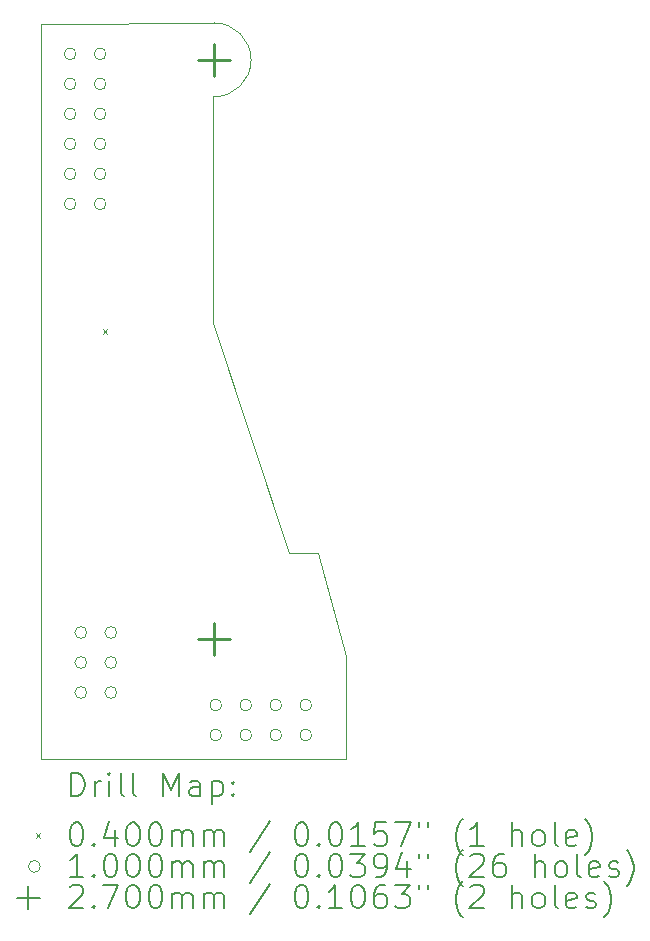
<source format=gbr>
%TF.GenerationSoftware,KiCad,Pcbnew,8.0.6*%
%TF.CreationDate,2025-02-12T13:49:40-05:00*%
%TF.ProjectId,PwrBypass,50777242-7970-4617-9373-2e6b69636164,rev?*%
%TF.SameCoordinates,Original*%
%TF.FileFunction,Drillmap*%
%TF.FilePolarity,Positive*%
%FSLAX45Y45*%
G04 Gerber Fmt 4.5, Leading zero omitted, Abs format (unit mm)*
G04 Created by KiCad (PCBNEW 8.0.6) date 2025-02-12 13:49:40*
%MOMM*%
%LPD*%
G01*
G04 APERTURE LIST*
%ADD10C,0.100000*%
%ADD11C,0.200000*%
%ADD12C,0.270000*%
G04 APERTURE END LIST*
D10*
X11617441Y-4659919D02*
X11617500Y-6572500D01*
X11625000Y-4034990D02*
G75*
G02*
X11937500Y-4350000I0J-312510D01*
G01*
X12255000Y-8522500D02*
X12500000Y-8522500D01*
X10160000Y-10267500D02*
X10157500Y-4040000D01*
X10157500Y-4040000D02*
X11625000Y-4034990D01*
X12743750Y-9395000D02*
X12742500Y-10267500D01*
X11617500Y-6572500D02*
X12255000Y-8522500D01*
X12500000Y-8522500D02*
X12743750Y-9395000D01*
X11937500Y-4350000D02*
G75*
G02*
X11617441Y-4659919I-312500J2500D01*
G01*
X12742500Y-10267500D02*
X10160000Y-10267500D01*
D11*
D10*
X10680000Y-6630000D02*
X10720000Y-6670000D01*
X10720000Y-6630000D02*
X10680000Y-6670000D01*
X10455000Y-4297500D02*
G75*
G02*
X10355000Y-4297500I-50000J0D01*
G01*
X10355000Y-4297500D02*
G75*
G02*
X10455000Y-4297500I50000J0D01*
G01*
X10455000Y-4551500D02*
G75*
G02*
X10355000Y-4551500I-50000J0D01*
G01*
X10355000Y-4551500D02*
G75*
G02*
X10455000Y-4551500I50000J0D01*
G01*
X10455000Y-4805500D02*
G75*
G02*
X10355000Y-4805500I-50000J0D01*
G01*
X10355000Y-4805500D02*
G75*
G02*
X10455000Y-4805500I50000J0D01*
G01*
X10455000Y-5059500D02*
G75*
G02*
X10355000Y-5059500I-50000J0D01*
G01*
X10355000Y-5059500D02*
G75*
G02*
X10455000Y-5059500I50000J0D01*
G01*
X10455000Y-5313500D02*
G75*
G02*
X10355000Y-5313500I-50000J0D01*
G01*
X10355000Y-5313500D02*
G75*
G02*
X10455000Y-5313500I50000J0D01*
G01*
X10455000Y-5567500D02*
G75*
G02*
X10355000Y-5567500I-50000J0D01*
G01*
X10355000Y-5567500D02*
G75*
G02*
X10455000Y-5567500I50000J0D01*
G01*
X10546000Y-9196000D02*
G75*
G02*
X10446000Y-9196000I-50000J0D01*
G01*
X10446000Y-9196000D02*
G75*
G02*
X10546000Y-9196000I50000J0D01*
G01*
X10546000Y-9450000D02*
G75*
G02*
X10446000Y-9450000I-50000J0D01*
G01*
X10446000Y-9450000D02*
G75*
G02*
X10546000Y-9450000I50000J0D01*
G01*
X10546000Y-9704000D02*
G75*
G02*
X10446000Y-9704000I-50000J0D01*
G01*
X10446000Y-9704000D02*
G75*
G02*
X10546000Y-9704000I50000J0D01*
G01*
X10709000Y-4297500D02*
G75*
G02*
X10609000Y-4297500I-50000J0D01*
G01*
X10609000Y-4297500D02*
G75*
G02*
X10709000Y-4297500I50000J0D01*
G01*
X10709000Y-4551500D02*
G75*
G02*
X10609000Y-4551500I-50000J0D01*
G01*
X10609000Y-4551500D02*
G75*
G02*
X10709000Y-4551500I50000J0D01*
G01*
X10709000Y-4805500D02*
G75*
G02*
X10609000Y-4805500I-50000J0D01*
G01*
X10609000Y-4805500D02*
G75*
G02*
X10709000Y-4805500I50000J0D01*
G01*
X10709000Y-5059500D02*
G75*
G02*
X10609000Y-5059500I-50000J0D01*
G01*
X10609000Y-5059500D02*
G75*
G02*
X10709000Y-5059500I50000J0D01*
G01*
X10709000Y-5313500D02*
G75*
G02*
X10609000Y-5313500I-50000J0D01*
G01*
X10609000Y-5313500D02*
G75*
G02*
X10709000Y-5313500I50000J0D01*
G01*
X10709000Y-5567500D02*
G75*
G02*
X10609000Y-5567500I-50000J0D01*
G01*
X10609000Y-5567500D02*
G75*
G02*
X10709000Y-5567500I50000J0D01*
G01*
X10800000Y-9196000D02*
G75*
G02*
X10700000Y-9196000I-50000J0D01*
G01*
X10700000Y-9196000D02*
G75*
G02*
X10800000Y-9196000I50000J0D01*
G01*
X10800000Y-9450000D02*
G75*
G02*
X10700000Y-9450000I-50000J0D01*
G01*
X10700000Y-9450000D02*
G75*
G02*
X10800000Y-9450000I50000J0D01*
G01*
X10800000Y-9704000D02*
G75*
G02*
X10700000Y-9704000I-50000J0D01*
G01*
X10700000Y-9704000D02*
G75*
G02*
X10800000Y-9704000I50000J0D01*
G01*
X11688000Y-9810000D02*
G75*
G02*
X11588000Y-9810000I-50000J0D01*
G01*
X11588000Y-9810000D02*
G75*
G02*
X11688000Y-9810000I50000J0D01*
G01*
X11688000Y-10064000D02*
G75*
G02*
X11588000Y-10064000I-50000J0D01*
G01*
X11588000Y-10064000D02*
G75*
G02*
X11688000Y-10064000I50000J0D01*
G01*
X11942000Y-9810000D02*
G75*
G02*
X11842000Y-9810000I-50000J0D01*
G01*
X11842000Y-9810000D02*
G75*
G02*
X11942000Y-9810000I50000J0D01*
G01*
X11942000Y-10064000D02*
G75*
G02*
X11842000Y-10064000I-50000J0D01*
G01*
X11842000Y-10064000D02*
G75*
G02*
X11942000Y-10064000I50000J0D01*
G01*
X12196000Y-9810000D02*
G75*
G02*
X12096000Y-9810000I-50000J0D01*
G01*
X12096000Y-9810000D02*
G75*
G02*
X12196000Y-9810000I50000J0D01*
G01*
X12196000Y-10064000D02*
G75*
G02*
X12096000Y-10064000I-50000J0D01*
G01*
X12096000Y-10064000D02*
G75*
G02*
X12196000Y-10064000I50000J0D01*
G01*
X12450000Y-9810000D02*
G75*
G02*
X12350000Y-9810000I-50000J0D01*
G01*
X12350000Y-9810000D02*
G75*
G02*
X12450000Y-9810000I50000J0D01*
G01*
X12450000Y-10064000D02*
G75*
G02*
X12350000Y-10064000I-50000J0D01*
G01*
X12350000Y-10064000D02*
G75*
G02*
X12450000Y-10064000I50000J0D01*
G01*
D12*
X11620000Y-4213000D02*
X11620000Y-4483000D01*
X11485000Y-4348000D02*
X11755000Y-4348000D01*
X11620000Y-9113000D02*
X11620000Y-9383000D01*
X11485000Y-9248000D02*
X11755000Y-9248000D01*
D11*
X10413277Y-10583984D02*
X10413277Y-10383984D01*
X10413277Y-10383984D02*
X10460896Y-10383984D01*
X10460896Y-10383984D02*
X10489467Y-10393508D01*
X10489467Y-10393508D02*
X10508515Y-10412555D01*
X10508515Y-10412555D02*
X10518039Y-10431603D01*
X10518039Y-10431603D02*
X10527563Y-10469698D01*
X10527563Y-10469698D02*
X10527563Y-10498270D01*
X10527563Y-10498270D02*
X10518039Y-10536365D01*
X10518039Y-10536365D02*
X10508515Y-10555412D01*
X10508515Y-10555412D02*
X10489467Y-10574460D01*
X10489467Y-10574460D02*
X10460896Y-10583984D01*
X10460896Y-10583984D02*
X10413277Y-10583984D01*
X10613277Y-10583984D02*
X10613277Y-10450650D01*
X10613277Y-10488746D02*
X10622801Y-10469698D01*
X10622801Y-10469698D02*
X10632324Y-10460174D01*
X10632324Y-10460174D02*
X10651372Y-10450650D01*
X10651372Y-10450650D02*
X10670420Y-10450650D01*
X10737086Y-10583984D02*
X10737086Y-10450650D01*
X10737086Y-10383984D02*
X10727563Y-10393508D01*
X10727563Y-10393508D02*
X10737086Y-10403031D01*
X10737086Y-10403031D02*
X10746610Y-10393508D01*
X10746610Y-10393508D02*
X10737086Y-10383984D01*
X10737086Y-10383984D02*
X10737086Y-10403031D01*
X10860896Y-10583984D02*
X10841848Y-10574460D01*
X10841848Y-10574460D02*
X10832324Y-10555412D01*
X10832324Y-10555412D02*
X10832324Y-10383984D01*
X10965658Y-10583984D02*
X10946610Y-10574460D01*
X10946610Y-10574460D02*
X10937086Y-10555412D01*
X10937086Y-10555412D02*
X10937086Y-10383984D01*
X11194229Y-10583984D02*
X11194229Y-10383984D01*
X11194229Y-10383984D02*
X11260896Y-10526841D01*
X11260896Y-10526841D02*
X11327562Y-10383984D01*
X11327562Y-10383984D02*
X11327562Y-10583984D01*
X11508515Y-10583984D02*
X11508515Y-10479222D01*
X11508515Y-10479222D02*
X11498991Y-10460174D01*
X11498991Y-10460174D02*
X11479943Y-10450650D01*
X11479943Y-10450650D02*
X11441848Y-10450650D01*
X11441848Y-10450650D02*
X11422801Y-10460174D01*
X11508515Y-10574460D02*
X11489467Y-10583984D01*
X11489467Y-10583984D02*
X11441848Y-10583984D01*
X11441848Y-10583984D02*
X11422801Y-10574460D01*
X11422801Y-10574460D02*
X11413277Y-10555412D01*
X11413277Y-10555412D02*
X11413277Y-10536365D01*
X11413277Y-10536365D02*
X11422801Y-10517317D01*
X11422801Y-10517317D02*
X11441848Y-10507793D01*
X11441848Y-10507793D02*
X11489467Y-10507793D01*
X11489467Y-10507793D02*
X11508515Y-10498270D01*
X11603753Y-10450650D02*
X11603753Y-10650650D01*
X11603753Y-10460174D02*
X11622801Y-10450650D01*
X11622801Y-10450650D02*
X11660896Y-10450650D01*
X11660896Y-10450650D02*
X11679943Y-10460174D01*
X11679943Y-10460174D02*
X11689467Y-10469698D01*
X11689467Y-10469698D02*
X11698991Y-10488746D01*
X11698991Y-10488746D02*
X11698991Y-10545889D01*
X11698991Y-10545889D02*
X11689467Y-10564936D01*
X11689467Y-10564936D02*
X11679943Y-10574460D01*
X11679943Y-10574460D02*
X11660896Y-10583984D01*
X11660896Y-10583984D02*
X11622801Y-10583984D01*
X11622801Y-10583984D02*
X11603753Y-10574460D01*
X11784705Y-10564936D02*
X11794229Y-10574460D01*
X11794229Y-10574460D02*
X11784705Y-10583984D01*
X11784705Y-10583984D02*
X11775182Y-10574460D01*
X11775182Y-10574460D02*
X11784705Y-10564936D01*
X11784705Y-10564936D02*
X11784705Y-10583984D01*
X11784705Y-10460174D02*
X11794229Y-10469698D01*
X11794229Y-10469698D02*
X11784705Y-10479222D01*
X11784705Y-10479222D02*
X11775182Y-10469698D01*
X11775182Y-10469698D02*
X11784705Y-10460174D01*
X11784705Y-10460174D02*
X11784705Y-10479222D01*
D10*
X10112500Y-10892500D02*
X10152500Y-10932500D01*
X10152500Y-10892500D02*
X10112500Y-10932500D01*
D11*
X10451372Y-10803984D02*
X10470420Y-10803984D01*
X10470420Y-10803984D02*
X10489467Y-10813508D01*
X10489467Y-10813508D02*
X10498991Y-10823031D01*
X10498991Y-10823031D02*
X10508515Y-10842079D01*
X10508515Y-10842079D02*
X10518039Y-10880174D01*
X10518039Y-10880174D02*
X10518039Y-10927793D01*
X10518039Y-10927793D02*
X10508515Y-10965889D01*
X10508515Y-10965889D02*
X10498991Y-10984936D01*
X10498991Y-10984936D02*
X10489467Y-10994460D01*
X10489467Y-10994460D02*
X10470420Y-11003984D01*
X10470420Y-11003984D02*
X10451372Y-11003984D01*
X10451372Y-11003984D02*
X10432324Y-10994460D01*
X10432324Y-10994460D02*
X10422801Y-10984936D01*
X10422801Y-10984936D02*
X10413277Y-10965889D01*
X10413277Y-10965889D02*
X10403753Y-10927793D01*
X10403753Y-10927793D02*
X10403753Y-10880174D01*
X10403753Y-10880174D02*
X10413277Y-10842079D01*
X10413277Y-10842079D02*
X10422801Y-10823031D01*
X10422801Y-10823031D02*
X10432324Y-10813508D01*
X10432324Y-10813508D02*
X10451372Y-10803984D01*
X10603753Y-10984936D02*
X10613277Y-10994460D01*
X10613277Y-10994460D02*
X10603753Y-11003984D01*
X10603753Y-11003984D02*
X10594229Y-10994460D01*
X10594229Y-10994460D02*
X10603753Y-10984936D01*
X10603753Y-10984936D02*
X10603753Y-11003984D01*
X10784705Y-10870650D02*
X10784705Y-11003984D01*
X10737086Y-10794460D02*
X10689467Y-10937317D01*
X10689467Y-10937317D02*
X10813277Y-10937317D01*
X10927563Y-10803984D02*
X10946610Y-10803984D01*
X10946610Y-10803984D02*
X10965658Y-10813508D01*
X10965658Y-10813508D02*
X10975182Y-10823031D01*
X10975182Y-10823031D02*
X10984705Y-10842079D01*
X10984705Y-10842079D02*
X10994229Y-10880174D01*
X10994229Y-10880174D02*
X10994229Y-10927793D01*
X10994229Y-10927793D02*
X10984705Y-10965889D01*
X10984705Y-10965889D02*
X10975182Y-10984936D01*
X10975182Y-10984936D02*
X10965658Y-10994460D01*
X10965658Y-10994460D02*
X10946610Y-11003984D01*
X10946610Y-11003984D02*
X10927563Y-11003984D01*
X10927563Y-11003984D02*
X10908515Y-10994460D01*
X10908515Y-10994460D02*
X10898991Y-10984936D01*
X10898991Y-10984936D02*
X10889467Y-10965889D01*
X10889467Y-10965889D02*
X10879944Y-10927793D01*
X10879944Y-10927793D02*
X10879944Y-10880174D01*
X10879944Y-10880174D02*
X10889467Y-10842079D01*
X10889467Y-10842079D02*
X10898991Y-10823031D01*
X10898991Y-10823031D02*
X10908515Y-10813508D01*
X10908515Y-10813508D02*
X10927563Y-10803984D01*
X11118039Y-10803984D02*
X11137086Y-10803984D01*
X11137086Y-10803984D02*
X11156134Y-10813508D01*
X11156134Y-10813508D02*
X11165658Y-10823031D01*
X11165658Y-10823031D02*
X11175182Y-10842079D01*
X11175182Y-10842079D02*
X11184705Y-10880174D01*
X11184705Y-10880174D02*
X11184705Y-10927793D01*
X11184705Y-10927793D02*
X11175182Y-10965889D01*
X11175182Y-10965889D02*
X11165658Y-10984936D01*
X11165658Y-10984936D02*
X11156134Y-10994460D01*
X11156134Y-10994460D02*
X11137086Y-11003984D01*
X11137086Y-11003984D02*
X11118039Y-11003984D01*
X11118039Y-11003984D02*
X11098991Y-10994460D01*
X11098991Y-10994460D02*
X11089467Y-10984936D01*
X11089467Y-10984936D02*
X11079944Y-10965889D01*
X11079944Y-10965889D02*
X11070420Y-10927793D01*
X11070420Y-10927793D02*
X11070420Y-10880174D01*
X11070420Y-10880174D02*
X11079944Y-10842079D01*
X11079944Y-10842079D02*
X11089467Y-10823031D01*
X11089467Y-10823031D02*
X11098991Y-10813508D01*
X11098991Y-10813508D02*
X11118039Y-10803984D01*
X11270420Y-11003984D02*
X11270420Y-10870650D01*
X11270420Y-10889698D02*
X11279943Y-10880174D01*
X11279943Y-10880174D02*
X11298991Y-10870650D01*
X11298991Y-10870650D02*
X11327563Y-10870650D01*
X11327563Y-10870650D02*
X11346610Y-10880174D01*
X11346610Y-10880174D02*
X11356134Y-10899222D01*
X11356134Y-10899222D02*
X11356134Y-11003984D01*
X11356134Y-10899222D02*
X11365658Y-10880174D01*
X11365658Y-10880174D02*
X11384705Y-10870650D01*
X11384705Y-10870650D02*
X11413277Y-10870650D01*
X11413277Y-10870650D02*
X11432324Y-10880174D01*
X11432324Y-10880174D02*
X11441848Y-10899222D01*
X11441848Y-10899222D02*
X11441848Y-11003984D01*
X11537086Y-11003984D02*
X11537086Y-10870650D01*
X11537086Y-10889698D02*
X11546610Y-10880174D01*
X11546610Y-10880174D02*
X11565658Y-10870650D01*
X11565658Y-10870650D02*
X11594229Y-10870650D01*
X11594229Y-10870650D02*
X11613277Y-10880174D01*
X11613277Y-10880174D02*
X11622801Y-10899222D01*
X11622801Y-10899222D02*
X11622801Y-11003984D01*
X11622801Y-10899222D02*
X11632324Y-10880174D01*
X11632324Y-10880174D02*
X11651372Y-10870650D01*
X11651372Y-10870650D02*
X11679943Y-10870650D01*
X11679943Y-10870650D02*
X11698991Y-10880174D01*
X11698991Y-10880174D02*
X11708515Y-10899222D01*
X11708515Y-10899222D02*
X11708515Y-11003984D01*
X12098991Y-10794460D02*
X11927563Y-11051603D01*
X12356134Y-10803984D02*
X12375182Y-10803984D01*
X12375182Y-10803984D02*
X12394229Y-10813508D01*
X12394229Y-10813508D02*
X12403753Y-10823031D01*
X12403753Y-10823031D02*
X12413277Y-10842079D01*
X12413277Y-10842079D02*
X12422801Y-10880174D01*
X12422801Y-10880174D02*
X12422801Y-10927793D01*
X12422801Y-10927793D02*
X12413277Y-10965889D01*
X12413277Y-10965889D02*
X12403753Y-10984936D01*
X12403753Y-10984936D02*
X12394229Y-10994460D01*
X12394229Y-10994460D02*
X12375182Y-11003984D01*
X12375182Y-11003984D02*
X12356134Y-11003984D01*
X12356134Y-11003984D02*
X12337086Y-10994460D01*
X12337086Y-10994460D02*
X12327563Y-10984936D01*
X12327563Y-10984936D02*
X12318039Y-10965889D01*
X12318039Y-10965889D02*
X12308515Y-10927793D01*
X12308515Y-10927793D02*
X12308515Y-10880174D01*
X12308515Y-10880174D02*
X12318039Y-10842079D01*
X12318039Y-10842079D02*
X12327563Y-10823031D01*
X12327563Y-10823031D02*
X12337086Y-10813508D01*
X12337086Y-10813508D02*
X12356134Y-10803984D01*
X12508515Y-10984936D02*
X12518039Y-10994460D01*
X12518039Y-10994460D02*
X12508515Y-11003984D01*
X12508515Y-11003984D02*
X12498991Y-10994460D01*
X12498991Y-10994460D02*
X12508515Y-10984936D01*
X12508515Y-10984936D02*
X12508515Y-11003984D01*
X12641848Y-10803984D02*
X12660896Y-10803984D01*
X12660896Y-10803984D02*
X12679944Y-10813508D01*
X12679944Y-10813508D02*
X12689467Y-10823031D01*
X12689467Y-10823031D02*
X12698991Y-10842079D01*
X12698991Y-10842079D02*
X12708515Y-10880174D01*
X12708515Y-10880174D02*
X12708515Y-10927793D01*
X12708515Y-10927793D02*
X12698991Y-10965889D01*
X12698991Y-10965889D02*
X12689467Y-10984936D01*
X12689467Y-10984936D02*
X12679944Y-10994460D01*
X12679944Y-10994460D02*
X12660896Y-11003984D01*
X12660896Y-11003984D02*
X12641848Y-11003984D01*
X12641848Y-11003984D02*
X12622801Y-10994460D01*
X12622801Y-10994460D02*
X12613277Y-10984936D01*
X12613277Y-10984936D02*
X12603753Y-10965889D01*
X12603753Y-10965889D02*
X12594229Y-10927793D01*
X12594229Y-10927793D02*
X12594229Y-10880174D01*
X12594229Y-10880174D02*
X12603753Y-10842079D01*
X12603753Y-10842079D02*
X12613277Y-10823031D01*
X12613277Y-10823031D02*
X12622801Y-10813508D01*
X12622801Y-10813508D02*
X12641848Y-10803984D01*
X12898991Y-11003984D02*
X12784706Y-11003984D01*
X12841848Y-11003984D02*
X12841848Y-10803984D01*
X12841848Y-10803984D02*
X12822801Y-10832555D01*
X12822801Y-10832555D02*
X12803753Y-10851603D01*
X12803753Y-10851603D02*
X12784706Y-10861127D01*
X13079944Y-10803984D02*
X12984706Y-10803984D01*
X12984706Y-10803984D02*
X12975182Y-10899222D01*
X12975182Y-10899222D02*
X12984706Y-10889698D01*
X12984706Y-10889698D02*
X13003753Y-10880174D01*
X13003753Y-10880174D02*
X13051372Y-10880174D01*
X13051372Y-10880174D02*
X13070420Y-10889698D01*
X13070420Y-10889698D02*
X13079944Y-10899222D01*
X13079944Y-10899222D02*
X13089467Y-10918270D01*
X13089467Y-10918270D02*
X13089467Y-10965889D01*
X13089467Y-10965889D02*
X13079944Y-10984936D01*
X13079944Y-10984936D02*
X13070420Y-10994460D01*
X13070420Y-10994460D02*
X13051372Y-11003984D01*
X13051372Y-11003984D02*
X13003753Y-11003984D01*
X13003753Y-11003984D02*
X12984706Y-10994460D01*
X12984706Y-10994460D02*
X12975182Y-10984936D01*
X13156134Y-10803984D02*
X13289467Y-10803984D01*
X13289467Y-10803984D02*
X13203753Y-11003984D01*
X13356134Y-10803984D02*
X13356134Y-10842079D01*
X13432325Y-10803984D02*
X13432325Y-10842079D01*
X13727563Y-11080174D02*
X13718039Y-11070650D01*
X13718039Y-11070650D02*
X13698991Y-11042079D01*
X13698991Y-11042079D02*
X13689468Y-11023031D01*
X13689468Y-11023031D02*
X13679944Y-10994460D01*
X13679944Y-10994460D02*
X13670420Y-10946841D01*
X13670420Y-10946841D02*
X13670420Y-10908746D01*
X13670420Y-10908746D02*
X13679944Y-10861127D01*
X13679944Y-10861127D02*
X13689468Y-10832555D01*
X13689468Y-10832555D02*
X13698991Y-10813508D01*
X13698991Y-10813508D02*
X13718039Y-10784936D01*
X13718039Y-10784936D02*
X13727563Y-10775412D01*
X13908515Y-11003984D02*
X13794229Y-11003984D01*
X13851372Y-11003984D02*
X13851372Y-10803984D01*
X13851372Y-10803984D02*
X13832325Y-10832555D01*
X13832325Y-10832555D02*
X13813277Y-10851603D01*
X13813277Y-10851603D02*
X13794229Y-10861127D01*
X14146610Y-11003984D02*
X14146610Y-10803984D01*
X14232325Y-11003984D02*
X14232325Y-10899222D01*
X14232325Y-10899222D02*
X14222801Y-10880174D01*
X14222801Y-10880174D02*
X14203753Y-10870650D01*
X14203753Y-10870650D02*
X14175182Y-10870650D01*
X14175182Y-10870650D02*
X14156134Y-10880174D01*
X14156134Y-10880174D02*
X14146610Y-10889698D01*
X14356134Y-11003984D02*
X14337087Y-10994460D01*
X14337087Y-10994460D02*
X14327563Y-10984936D01*
X14327563Y-10984936D02*
X14318039Y-10965889D01*
X14318039Y-10965889D02*
X14318039Y-10908746D01*
X14318039Y-10908746D02*
X14327563Y-10889698D01*
X14327563Y-10889698D02*
X14337087Y-10880174D01*
X14337087Y-10880174D02*
X14356134Y-10870650D01*
X14356134Y-10870650D02*
X14384706Y-10870650D01*
X14384706Y-10870650D02*
X14403753Y-10880174D01*
X14403753Y-10880174D02*
X14413277Y-10889698D01*
X14413277Y-10889698D02*
X14422801Y-10908746D01*
X14422801Y-10908746D02*
X14422801Y-10965889D01*
X14422801Y-10965889D02*
X14413277Y-10984936D01*
X14413277Y-10984936D02*
X14403753Y-10994460D01*
X14403753Y-10994460D02*
X14384706Y-11003984D01*
X14384706Y-11003984D02*
X14356134Y-11003984D01*
X14537087Y-11003984D02*
X14518039Y-10994460D01*
X14518039Y-10994460D02*
X14508515Y-10975412D01*
X14508515Y-10975412D02*
X14508515Y-10803984D01*
X14689468Y-10994460D02*
X14670420Y-11003984D01*
X14670420Y-11003984D02*
X14632325Y-11003984D01*
X14632325Y-11003984D02*
X14613277Y-10994460D01*
X14613277Y-10994460D02*
X14603753Y-10975412D01*
X14603753Y-10975412D02*
X14603753Y-10899222D01*
X14603753Y-10899222D02*
X14613277Y-10880174D01*
X14613277Y-10880174D02*
X14632325Y-10870650D01*
X14632325Y-10870650D02*
X14670420Y-10870650D01*
X14670420Y-10870650D02*
X14689468Y-10880174D01*
X14689468Y-10880174D02*
X14698991Y-10899222D01*
X14698991Y-10899222D02*
X14698991Y-10918270D01*
X14698991Y-10918270D02*
X14603753Y-10937317D01*
X14765658Y-11080174D02*
X14775182Y-11070650D01*
X14775182Y-11070650D02*
X14794230Y-11042079D01*
X14794230Y-11042079D02*
X14803753Y-11023031D01*
X14803753Y-11023031D02*
X14813277Y-10994460D01*
X14813277Y-10994460D02*
X14822801Y-10946841D01*
X14822801Y-10946841D02*
X14822801Y-10908746D01*
X14822801Y-10908746D02*
X14813277Y-10861127D01*
X14813277Y-10861127D02*
X14803753Y-10832555D01*
X14803753Y-10832555D02*
X14794230Y-10813508D01*
X14794230Y-10813508D02*
X14775182Y-10784936D01*
X14775182Y-10784936D02*
X14765658Y-10775412D01*
D10*
X10152500Y-11176500D02*
G75*
G02*
X10052500Y-11176500I-50000J0D01*
G01*
X10052500Y-11176500D02*
G75*
G02*
X10152500Y-11176500I50000J0D01*
G01*
D11*
X10518039Y-11267984D02*
X10403753Y-11267984D01*
X10460896Y-11267984D02*
X10460896Y-11067984D01*
X10460896Y-11067984D02*
X10441848Y-11096555D01*
X10441848Y-11096555D02*
X10422801Y-11115603D01*
X10422801Y-11115603D02*
X10403753Y-11125127D01*
X10603753Y-11248936D02*
X10613277Y-11258460D01*
X10613277Y-11258460D02*
X10603753Y-11267984D01*
X10603753Y-11267984D02*
X10594229Y-11258460D01*
X10594229Y-11258460D02*
X10603753Y-11248936D01*
X10603753Y-11248936D02*
X10603753Y-11267984D01*
X10737086Y-11067984D02*
X10756134Y-11067984D01*
X10756134Y-11067984D02*
X10775182Y-11077508D01*
X10775182Y-11077508D02*
X10784705Y-11087031D01*
X10784705Y-11087031D02*
X10794229Y-11106079D01*
X10794229Y-11106079D02*
X10803753Y-11144174D01*
X10803753Y-11144174D02*
X10803753Y-11191793D01*
X10803753Y-11191793D02*
X10794229Y-11229888D01*
X10794229Y-11229888D02*
X10784705Y-11248936D01*
X10784705Y-11248936D02*
X10775182Y-11258460D01*
X10775182Y-11258460D02*
X10756134Y-11267984D01*
X10756134Y-11267984D02*
X10737086Y-11267984D01*
X10737086Y-11267984D02*
X10718039Y-11258460D01*
X10718039Y-11258460D02*
X10708515Y-11248936D01*
X10708515Y-11248936D02*
X10698991Y-11229888D01*
X10698991Y-11229888D02*
X10689467Y-11191793D01*
X10689467Y-11191793D02*
X10689467Y-11144174D01*
X10689467Y-11144174D02*
X10698991Y-11106079D01*
X10698991Y-11106079D02*
X10708515Y-11087031D01*
X10708515Y-11087031D02*
X10718039Y-11077508D01*
X10718039Y-11077508D02*
X10737086Y-11067984D01*
X10927563Y-11067984D02*
X10946610Y-11067984D01*
X10946610Y-11067984D02*
X10965658Y-11077508D01*
X10965658Y-11077508D02*
X10975182Y-11087031D01*
X10975182Y-11087031D02*
X10984705Y-11106079D01*
X10984705Y-11106079D02*
X10994229Y-11144174D01*
X10994229Y-11144174D02*
X10994229Y-11191793D01*
X10994229Y-11191793D02*
X10984705Y-11229888D01*
X10984705Y-11229888D02*
X10975182Y-11248936D01*
X10975182Y-11248936D02*
X10965658Y-11258460D01*
X10965658Y-11258460D02*
X10946610Y-11267984D01*
X10946610Y-11267984D02*
X10927563Y-11267984D01*
X10927563Y-11267984D02*
X10908515Y-11258460D01*
X10908515Y-11258460D02*
X10898991Y-11248936D01*
X10898991Y-11248936D02*
X10889467Y-11229888D01*
X10889467Y-11229888D02*
X10879944Y-11191793D01*
X10879944Y-11191793D02*
X10879944Y-11144174D01*
X10879944Y-11144174D02*
X10889467Y-11106079D01*
X10889467Y-11106079D02*
X10898991Y-11087031D01*
X10898991Y-11087031D02*
X10908515Y-11077508D01*
X10908515Y-11077508D02*
X10927563Y-11067984D01*
X11118039Y-11067984D02*
X11137086Y-11067984D01*
X11137086Y-11067984D02*
X11156134Y-11077508D01*
X11156134Y-11077508D02*
X11165658Y-11087031D01*
X11165658Y-11087031D02*
X11175182Y-11106079D01*
X11175182Y-11106079D02*
X11184705Y-11144174D01*
X11184705Y-11144174D02*
X11184705Y-11191793D01*
X11184705Y-11191793D02*
X11175182Y-11229888D01*
X11175182Y-11229888D02*
X11165658Y-11248936D01*
X11165658Y-11248936D02*
X11156134Y-11258460D01*
X11156134Y-11258460D02*
X11137086Y-11267984D01*
X11137086Y-11267984D02*
X11118039Y-11267984D01*
X11118039Y-11267984D02*
X11098991Y-11258460D01*
X11098991Y-11258460D02*
X11089467Y-11248936D01*
X11089467Y-11248936D02*
X11079944Y-11229888D01*
X11079944Y-11229888D02*
X11070420Y-11191793D01*
X11070420Y-11191793D02*
X11070420Y-11144174D01*
X11070420Y-11144174D02*
X11079944Y-11106079D01*
X11079944Y-11106079D02*
X11089467Y-11087031D01*
X11089467Y-11087031D02*
X11098991Y-11077508D01*
X11098991Y-11077508D02*
X11118039Y-11067984D01*
X11270420Y-11267984D02*
X11270420Y-11134650D01*
X11270420Y-11153698D02*
X11279943Y-11144174D01*
X11279943Y-11144174D02*
X11298991Y-11134650D01*
X11298991Y-11134650D02*
X11327563Y-11134650D01*
X11327563Y-11134650D02*
X11346610Y-11144174D01*
X11346610Y-11144174D02*
X11356134Y-11163222D01*
X11356134Y-11163222D02*
X11356134Y-11267984D01*
X11356134Y-11163222D02*
X11365658Y-11144174D01*
X11365658Y-11144174D02*
X11384705Y-11134650D01*
X11384705Y-11134650D02*
X11413277Y-11134650D01*
X11413277Y-11134650D02*
X11432324Y-11144174D01*
X11432324Y-11144174D02*
X11441848Y-11163222D01*
X11441848Y-11163222D02*
X11441848Y-11267984D01*
X11537086Y-11267984D02*
X11537086Y-11134650D01*
X11537086Y-11153698D02*
X11546610Y-11144174D01*
X11546610Y-11144174D02*
X11565658Y-11134650D01*
X11565658Y-11134650D02*
X11594229Y-11134650D01*
X11594229Y-11134650D02*
X11613277Y-11144174D01*
X11613277Y-11144174D02*
X11622801Y-11163222D01*
X11622801Y-11163222D02*
X11622801Y-11267984D01*
X11622801Y-11163222D02*
X11632324Y-11144174D01*
X11632324Y-11144174D02*
X11651372Y-11134650D01*
X11651372Y-11134650D02*
X11679943Y-11134650D01*
X11679943Y-11134650D02*
X11698991Y-11144174D01*
X11698991Y-11144174D02*
X11708515Y-11163222D01*
X11708515Y-11163222D02*
X11708515Y-11267984D01*
X12098991Y-11058460D02*
X11927563Y-11315603D01*
X12356134Y-11067984D02*
X12375182Y-11067984D01*
X12375182Y-11067984D02*
X12394229Y-11077508D01*
X12394229Y-11077508D02*
X12403753Y-11087031D01*
X12403753Y-11087031D02*
X12413277Y-11106079D01*
X12413277Y-11106079D02*
X12422801Y-11144174D01*
X12422801Y-11144174D02*
X12422801Y-11191793D01*
X12422801Y-11191793D02*
X12413277Y-11229888D01*
X12413277Y-11229888D02*
X12403753Y-11248936D01*
X12403753Y-11248936D02*
X12394229Y-11258460D01*
X12394229Y-11258460D02*
X12375182Y-11267984D01*
X12375182Y-11267984D02*
X12356134Y-11267984D01*
X12356134Y-11267984D02*
X12337086Y-11258460D01*
X12337086Y-11258460D02*
X12327563Y-11248936D01*
X12327563Y-11248936D02*
X12318039Y-11229888D01*
X12318039Y-11229888D02*
X12308515Y-11191793D01*
X12308515Y-11191793D02*
X12308515Y-11144174D01*
X12308515Y-11144174D02*
X12318039Y-11106079D01*
X12318039Y-11106079D02*
X12327563Y-11087031D01*
X12327563Y-11087031D02*
X12337086Y-11077508D01*
X12337086Y-11077508D02*
X12356134Y-11067984D01*
X12508515Y-11248936D02*
X12518039Y-11258460D01*
X12518039Y-11258460D02*
X12508515Y-11267984D01*
X12508515Y-11267984D02*
X12498991Y-11258460D01*
X12498991Y-11258460D02*
X12508515Y-11248936D01*
X12508515Y-11248936D02*
X12508515Y-11267984D01*
X12641848Y-11067984D02*
X12660896Y-11067984D01*
X12660896Y-11067984D02*
X12679944Y-11077508D01*
X12679944Y-11077508D02*
X12689467Y-11087031D01*
X12689467Y-11087031D02*
X12698991Y-11106079D01*
X12698991Y-11106079D02*
X12708515Y-11144174D01*
X12708515Y-11144174D02*
X12708515Y-11191793D01*
X12708515Y-11191793D02*
X12698991Y-11229888D01*
X12698991Y-11229888D02*
X12689467Y-11248936D01*
X12689467Y-11248936D02*
X12679944Y-11258460D01*
X12679944Y-11258460D02*
X12660896Y-11267984D01*
X12660896Y-11267984D02*
X12641848Y-11267984D01*
X12641848Y-11267984D02*
X12622801Y-11258460D01*
X12622801Y-11258460D02*
X12613277Y-11248936D01*
X12613277Y-11248936D02*
X12603753Y-11229888D01*
X12603753Y-11229888D02*
X12594229Y-11191793D01*
X12594229Y-11191793D02*
X12594229Y-11144174D01*
X12594229Y-11144174D02*
X12603753Y-11106079D01*
X12603753Y-11106079D02*
X12613277Y-11087031D01*
X12613277Y-11087031D02*
X12622801Y-11077508D01*
X12622801Y-11077508D02*
X12641848Y-11067984D01*
X12775182Y-11067984D02*
X12898991Y-11067984D01*
X12898991Y-11067984D02*
X12832325Y-11144174D01*
X12832325Y-11144174D02*
X12860896Y-11144174D01*
X12860896Y-11144174D02*
X12879944Y-11153698D01*
X12879944Y-11153698D02*
X12889467Y-11163222D01*
X12889467Y-11163222D02*
X12898991Y-11182270D01*
X12898991Y-11182270D02*
X12898991Y-11229888D01*
X12898991Y-11229888D02*
X12889467Y-11248936D01*
X12889467Y-11248936D02*
X12879944Y-11258460D01*
X12879944Y-11258460D02*
X12860896Y-11267984D01*
X12860896Y-11267984D02*
X12803753Y-11267984D01*
X12803753Y-11267984D02*
X12784706Y-11258460D01*
X12784706Y-11258460D02*
X12775182Y-11248936D01*
X12994229Y-11267984D02*
X13032325Y-11267984D01*
X13032325Y-11267984D02*
X13051372Y-11258460D01*
X13051372Y-11258460D02*
X13060896Y-11248936D01*
X13060896Y-11248936D02*
X13079944Y-11220365D01*
X13079944Y-11220365D02*
X13089467Y-11182270D01*
X13089467Y-11182270D02*
X13089467Y-11106079D01*
X13089467Y-11106079D02*
X13079944Y-11087031D01*
X13079944Y-11087031D02*
X13070420Y-11077508D01*
X13070420Y-11077508D02*
X13051372Y-11067984D01*
X13051372Y-11067984D02*
X13013277Y-11067984D01*
X13013277Y-11067984D02*
X12994229Y-11077508D01*
X12994229Y-11077508D02*
X12984706Y-11087031D01*
X12984706Y-11087031D02*
X12975182Y-11106079D01*
X12975182Y-11106079D02*
X12975182Y-11153698D01*
X12975182Y-11153698D02*
X12984706Y-11172746D01*
X12984706Y-11172746D02*
X12994229Y-11182270D01*
X12994229Y-11182270D02*
X13013277Y-11191793D01*
X13013277Y-11191793D02*
X13051372Y-11191793D01*
X13051372Y-11191793D02*
X13070420Y-11182270D01*
X13070420Y-11182270D02*
X13079944Y-11172746D01*
X13079944Y-11172746D02*
X13089467Y-11153698D01*
X13260896Y-11134650D02*
X13260896Y-11267984D01*
X13213277Y-11058460D02*
X13165658Y-11201317D01*
X13165658Y-11201317D02*
X13289467Y-11201317D01*
X13356134Y-11067984D02*
X13356134Y-11106079D01*
X13432325Y-11067984D02*
X13432325Y-11106079D01*
X13727563Y-11344174D02*
X13718039Y-11334650D01*
X13718039Y-11334650D02*
X13698991Y-11306079D01*
X13698991Y-11306079D02*
X13689468Y-11287031D01*
X13689468Y-11287031D02*
X13679944Y-11258460D01*
X13679944Y-11258460D02*
X13670420Y-11210841D01*
X13670420Y-11210841D02*
X13670420Y-11172746D01*
X13670420Y-11172746D02*
X13679944Y-11125127D01*
X13679944Y-11125127D02*
X13689468Y-11096555D01*
X13689468Y-11096555D02*
X13698991Y-11077508D01*
X13698991Y-11077508D02*
X13718039Y-11048936D01*
X13718039Y-11048936D02*
X13727563Y-11039412D01*
X13794229Y-11087031D02*
X13803753Y-11077508D01*
X13803753Y-11077508D02*
X13822801Y-11067984D01*
X13822801Y-11067984D02*
X13870420Y-11067984D01*
X13870420Y-11067984D02*
X13889468Y-11077508D01*
X13889468Y-11077508D02*
X13898991Y-11087031D01*
X13898991Y-11087031D02*
X13908515Y-11106079D01*
X13908515Y-11106079D02*
X13908515Y-11125127D01*
X13908515Y-11125127D02*
X13898991Y-11153698D01*
X13898991Y-11153698D02*
X13784706Y-11267984D01*
X13784706Y-11267984D02*
X13908515Y-11267984D01*
X14079944Y-11067984D02*
X14041848Y-11067984D01*
X14041848Y-11067984D02*
X14022801Y-11077508D01*
X14022801Y-11077508D02*
X14013277Y-11087031D01*
X14013277Y-11087031D02*
X13994229Y-11115603D01*
X13994229Y-11115603D02*
X13984706Y-11153698D01*
X13984706Y-11153698D02*
X13984706Y-11229888D01*
X13984706Y-11229888D02*
X13994229Y-11248936D01*
X13994229Y-11248936D02*
X14003753Y-11258460D01*
X14003753Y-11258460D02*
X14022801Y-11267984D01*
X14022801Y-11267984D02*
X14060896Y-11267984D01*
X14060896Y-11267984D02*
X14079944Y-11258460D01*
X14079944Y-11258460D02*
X14089468Y-11248936D01*
X14089468Y-11248936D02*
X14098991Y-11229888D01*
X14098991Y-11229888D02*
X14098991Y-11182270D01*
X14098991Y-11182270D02*
X14089468Y-11163222D01*
X14089468Y-11163222D02*
X14079944Y-11153698D01*
X14079944Y-11153698D02*
X14060896Y-11144174D01*
X14060896Y-11144174D02*
X14022801Y-11144174D01*
X14022801Y-11144174D02*
X14003753Y-11153698D01*
X14003753Y-11153698D02*
X13994229Y-11163222D01*
X13994229Y-11163222D02*
X13984706Y-11182270D01*
X14337087Y-11267984D02*
X14337087Y-11067984D01*
X14422801Y-11267984D02*
X14422801Y-11163222D01*
X14422801Y-11163222D02*
X14413277Y-11144174D01*
X14413277Y-11144174D02*
X14394230Y-11134650D01*
X14394230Y-11134650D02*
X14365658Y-11134650D01*
X14365658Y-11134650D02*
X14346610Y-11144174D01*
X14346610Y-11144174D02*
X14337087Y-11153698D01*
X14546610Y-11267984D02*
X14527563Y-11258460D01*
X14527563Y-11258460D02*
X14518039Y-11248936D01*
X14518039Y-11248936D02*
X14508515Y-11229888D01*
X14508515Y-11229888D02*
X14508515Y-11172746D01*
X14508515Y-11172746D02*
X14518039Y-11153698D01*
X14518039Y-11153698D02*
X14527563Y-11144174D01*
X14527563Y-11144174D02*
X14546610Y-11134650D01*
X14546610Y-11134650D02*
X14575182Y-11134650D01*
X14575182Y-11134650D02*
X14594230Y-11144174D01*
X14594230Y-11144174D02*
X14603753Y-11153698D01*
X14603753Y-11153698D02*
X14613277Y-11172746D01*
X14613277Y-11172746D02*
X14613277Y-11229888D01*
X14613277Y-11229888D02*
X14603753Y-11248936D01*
X14603753Y-11248936D02*
X14594230Y-11258460D01*
X14594230Y-11258460D02*
X14575182Y-11267984D01*
X14575182Y-11267984D02*
X14546610Y-11267984D01*
X14727563Y-11267984D02*
X14708515Y-11258460D01*
X14708515Y-11258460D02*
X14698991Y-11239412D01*
X14698991Y-11239412D02*
X14698991Y-11067984D01*
X14879944Y-11258460D02*
X14860896Y-11267984D01*
X14860896Y-11267984D02*
X14822801Y-11267984D01*
X14822801Y-11267984D02*
X14803753Y-11258460D01*
X14803753Y-11258460D02*
X14794230Y-11239412D01*
X14794230Y-11239412D02*
X14794230Y-11163222D01*
X14794230Y-11163222D02*
X14803753Y-11144174D01*
X14803753Y-11144174D02*
X14822801Y-11134650D01*
X14822801Y-11134650D02*
X14860896Y-11134650D01*
X14860896Y-11134650D02*
X14879944Y-11144174D01*
X14879944Y-11144174D02*
X14889468Y-11163222D01*
X14889468Y-11163222D02*
X14889468Y-11182270D01*
X14889468Y-11182270D02*
X14794230Y-11201317D01*
X14965658Y-11258460D02*
X14984706Y-11267984D01*
X14984706Y-11267984D02*
X15022801Y-11267984D01*
X15022801Y-11267984D02*
X15041849Y-11258460D01*
X15041849Y-11258460D02*
X15051372Y-11239412D01*
X15051372Y-11239412D02*
X15051372Y-11229888D01*
X15051372Y-11229888D02*
X15041849Y-11210841D01*
X15041849Y-11210841D02*
X15022801Y-11201317D01*
X15022801Y-11201317D02*
X14994230Y-11201317D01*
X14994230Y-11201317D02*
X14975182Y-11191793D01*
X14975182Y-11191793D02*
X14965658Y-11172746D01*
X14965658Y-11172746D02*
X14965658Y-11163222D01*
X14965658Y-11163222D02*
X14975182Y-11144174D01*
X14975182Y-11144174D02*
X14994230Y-11134650D01*
X14994230Y-11134650D02*
X15022801Y-11134650D01*
X15022801Y-11134650D02*
X15041849Y-11144174D01*
X15118039Y-11344174D02*
X15127563Y-11334650D01*
X15127563Y-11334650D02*
X15146611Y-11306079D01*
X15146611Y-11306079D02*
X15156134Y-11287031D01*
X15156134Y-11287031D02*
X15165658Y-11258460D01*
X15165658Y-11258460D02*
X15175182Y-11210841D01*
X15175182Y-11210841D02*
X15175182Y-11172746D01*
X15175182Y-11172746D02*
X15165658Y-11125127D01*
X15165658Y-11125127D02*
X15156134Y-11096555D01*
X15156134Y-11096555D02*
X15146611Y-11077508D01*
X15146611Y-11077508D02*
X15127563Y-11048936D01*
X15127563Y-11048936D02*
X15118039Y-11039412D01*
X10052500Y-11340500D02*
X10052500Y-11540500D01*
X9952500Y-11440500D02*
X10152500Y-11440500D01*
X10403753Y-11351031D02*
X10413277Y-11341508D01*
X10413277Y-11341508D02*
X10432324Y-11331984D01*
X10432324Y-11331984D02*
X10479944Y-11331984D01*
X10479944Y-11331984D02*
X10498991Y-11341508D01*
X10498991Y-11341508D02*
X10508515Y-11351031D01*
X10508515Y-11351031D02*
X10518039Y-11370079D01*
X10518039Y-11370079D02*
X10518039Y-11389127D01*
X10518039Y-11389127D02*
X10508515Y-11417698D01*
X10508515Y-11417698D02*
X10394229Y-11531984D01*
X10394229Y-11531984D02*
X10518039Y-11531984D01*
X10603753Y-11512936D02*
X10613277Y-11522460D01*
X10613277Y-11522460D02*
X10603753Y-11531984D01*
X10603753Y-11531984D02*
X10594229Y-11522460D01*
X10594229Y-11522460D02*
X10603753Y-11512936D01*
X10603753Y-11512936D02*
X10603753Y-11531984D01*
X10679944Y-11331984D02*
X10813277Y-11331984D01*
X10813277Y-11331984D02*
X10727563Y-11531984D01*
X10927563Y-11331984D02*
X10946610Y-11331984D01*
X10946610Y-11331984D02*
X10965658Y-11341508D01*
X10965658Y-11341508D02*
X10975182Y-11351031D01*
X10975182Y-11351031D02*
X10984705Y-11370079D01*
X10984705Y-11370079D02*
X10994229Y-11408174D01*
X10994229Y-11408174D02*
X10994229Y-11455793D01*
X10994229Y-11455793D02*
X10984705Y-11493888D01*
X10984705Y-11493888D02*
X10975182Y-11512936D01*
X10975182Y-11512936D02*
X10965658Y-11522460D01*
X10965658Y-11522460D02*
X10946610Y-11531984D01*
X10946610Y-11531984D02*
X10927563Y-11531984D01*
X10927563Y-11531984D02*
X10908515Y-11522460D01*
X10908515Y-11522460D02*
X10898991Y-11512936D01*
X10898991Y-11512936D02*
X10889467Y-11493888D01*
X10889467Y-11493888D02*
X10879944Y-11455793D01*
X10879944Y-11455793D02*
X10879944Y-11408174D01*
X10879944Y-11408174D02*
X10889467Y-11370079D01*
X10889467Y-11370079D02*
X10898991Y-11351031D01*
X10898991Y-11351031D02*
X10908515Y-11341508D01*
X10908515Y-11341508D02*
X10927563Y-11331984D01*
X11118039Y-11331984D02*
X11137086Y-11331984D01*
X11137086Y-11331984D02*
X11156134Y-11341508D01*
X11156134Y-11341508D02*
X11165658Y-11351031D01*
X11165658Y-11351031D02*
X11175182Y-11370079D01*
X11175182Y-11370079D02*
X11184705Y-11408174D01*
X11184705Y-11408174D02*
X11184705Y-11455793D01*
X11184705Y-11455793D02*
X11175182Y-11493888D01*
X11175182Y-11493888D02*
X11165658Y-11512936D01*
X11165658Y-11512936D02*
X11156134Y-11522460D01*
X11156134Y-11522460D02*
X11137086Y-11531984D01*
X11137086Y-11531984D02*
X11118039Y-11531984D01*
X11118039Y-11531984D02*
X11098991Y-11522460D01*
X11098991Y-11522460D02*
X11089467Y-11512936D01*
X11089467Y-11512936D02*
X11079944Y-11493888D01*
X11079944Y-11493888D02*
X11070420Y-11455793D01*
X11070420Y-11455793D02*
X11070420Y-11408174D01*
X11070420Y-11408174D02*
X11079944Y-11370079D01*
X11079944Y-11370079D02*
X11089467Y-11351031D01*
X11089467Y-11351031D02*
X11098991Y-11341508D01*
X11098991Y-11341508D02*
X11118039Y-11331984D01*
X11270420Y-11531984D02*
X11270420Y-11398650D01*
X11270420Y-11417698D02*
X11279943Y-11408174D01*
X11279943Y-11408174D02*
X11298991Y-11398650D01*
X11298991Y-11398650D02*
X11327563Y-11398650D01*
X11327563Y-11398650D02*
X11346610Y-11408174D01*
X11346610Y-11408174D02*
X11356134Y-11427222D01*
X11356134Y-11427222D02*
X11356134Y-11531984D01*
X11356134Y-11427222D02*
X11365658Y-11408174D01*
X11365658Y-11408174D02*
X11384705Y-11398650D01*
X11384705Y-11398650D02*
X11413277Y-11398650D01*
X11413277Y-11398650D02*
X11432324Y-11408174D01*
X11432324Y-11408174D02*
X11441848Y-11427222D01*
X11441848Y-11427222D02*
X11441848Y-11531984D01*
X11537086Y-11531984D02*
X11537086Y-11398650D01*
X11537086Y-11417698D02*
X11546610Y-11408174D01*
X11546610Y-11408174D02*
X11565658Y-11398650D01*
X11565658Y-11398650D02*
X11594229Y-11398650D01*
X11594229Y-11398650D02*
X11613277Y-11408174D01*
X11613277Y-11408174D02*
X11622801Y-11427222D01*
X11622801Y-11427222D02*
X11622801Y-11531984D01*
X11622801Y-11427222D02*
X11632324Y-11408174D01*
X11632324Y-11408174D02*
X11651372Y-11398650D01*
X11651372Y-11398650D02*
X11679943Y-11398650D01*
X11679943Y-11398650D02*
X11698991Y-11408174D01*
X11698991Y-11408174D02*
X11708515Y-11427222D01*
X11708515Y-11427222D02*
X11708515Y-11531984D01*
X12098991Y-11322460D02*
X11927563Y-11579603D01*
X12356134Y-11331984D02*
X12375182Y-11331984D01*
X12375182Y-11331984D02*
X12394229Y-11341508D01*
X12394229Y-11341508D02*
X12403753Y-11351031D01*
X12403753Y-11351031D02*
X12413277Y-11370079D01*
X12413277Y-11370079D02*
X12422801Y-11408174D01*
X12422801Y-11408174D02*
X12422801Y-11455793D01*
X12422801Y-11455793D02*
X12413277Y-11493888D01*
X12413277Y-11493888D02*
X12403753Y-11512936D01*
X12403753Y-11512936D02*
X12394229Y-11522460D01*
X12394229Y-11522460D02*
X12375182Y-11531984D01*
X12375182Y-11531984D02*
X12356134Y-11531984D01*
X12356134Y-11531984D02*
X12337086Y-11522460D01*
X12337086Y-11522460D02*
X12327563Y-11512936D01*
X12327563Y-11512936D02*
X12318039Y-11493888D01*
X12318039Y-11493888D02*
X12308515Y-11455793D01*
X12308515Y-11455793D02*
X12308515Y-11408174D01*
X12308515Y-11408174D02*
X12318039Y-11370079D01*
X12318039Y-11370079D02*
X12327563Y-11351031D01*
X12327563Y-11351031D02*
X12337086Y-11341508D01*
X12337086Y-11341508D02*
X12356134Y-11331984D01*
X12508515Y-11512936D02*
X12518039Y-11522460D01*
X12518039Y-11522460D02*
X12508515Y-11531984D01*
X12508515Y-11531984D02*
X12498991Y-11522460D01*
X12498991Y-11522460D02*
X12508515Y-11512936D01*
X12508515Y-11512936D02*
X12508515Y-11531984D01*
X12708515Y-11531984D02*
X12594229Y-11531984D01*
X12651372Y-11531984D02*
X12651372Y-11331984D01*
X12651372Y-11331984D02*
X12632325Y-11360555D01*
X12632325Y-11360555D02*
X12613277Y-11379603D01*
X12613277Y-11379603D02*
X12594229Y-11389127D01*
X12832325Y-11331984D02*
X12851372Y-11331984D01*
X12851372Y-11331984D02*
X12870420Y-11341508D01*
X12870420Y-11341508D02*
X12879944Y-11351031D01*
X12879944Y-11351031D02*
X12889467Y-11370079D01*
X12889467Y-11370079D02*
X12898991Y-11408174D01*
X12898991Y-11408174D02*
X12898991Y-11455793D01*
X12898991Y-11455793D02*
X12889467Y-11493888D01*
X12889467Y-11493888D02*
X12879944Y-11512936D01*
X12879944Y-11512936D02*
X12870420Y-11522460D01*
X12870420Y-11522460D02*
X12851372Y-11531984D01*
X12851372Y-11531984D02*
X12832325Y-11531984D01*
X12832325Y-11531984D02*
X12813277Y-11522460D01*
X12813277Y-11522460D02*
X12803753Y-11512936D01*
X12803753Y-11512936D02*
X12794229Y-11493888D01*
X12794229Y-11493888D02*
X12784706Y-11455793D01*
X12784706Y-11455793D02*
X12784706Y-11408174D01*
X12784706Y-11408174D02*
X12794229Y-11370079D01*
X12794229Y-11370079D02*
X12803753Y-11351031D01*
X12803753Y-11351031D02*
X12813277Y-11341508D01*
X12813277Y-11341508D02*
X12832325Y-11331984D01*
X13070420Y-11331984D02*
X13032325Y-11331984D01*
X13032325Y-11331984D02*
X13013277Y-11341508D01*
X13013277Y-11341508D02*
X13003753Y-11351031D01*
X13003753Y-11351031D02*
X12984706Y-11379603D01*
X12984706Y-11379603D02*
X12975182Y-11417698D01*
X12975182Y-11417698D02*
X12975182Y-11493888D01*
X12975182Y-11493888D02*
X12984706Y-11512936D01*
X12984706Y-11512936D02*
X12994229Y-11522460D01*
X12994229Y-11522460D02*
X13013277Y-11531984D01*
X13013277Y-11531984D02*
X13051372Y-11531984D01*
X13051372Y-11531984D02*
X13070420Y-11522460D01*
X13070420Y-11522460D02*
X13079944Y-11512936D01*
X13079944Y-11512936D02*
X13089467Y-11493888D01*
X13089467Y-11493888D02*
X13089467Y-11446269D01*
X13089467Y-11446269D02*
X13079944Y-11427222D01*
X13079944Y-11427222D02*
X13070420Y-11417698D01*
X13070420Y-11417698D02*
X13051372Y-11408174D01*
X13051372Y-11408174D02*
X13013277Y-11408174D01*
X13013277Y-11408174D02*
X12994229Y-11417698D01*
X12994229Y-11417698D02*
X12984706Y-11427222D01*
X12984706Y-11427222D02*
X12975182Y-11446269D01*
X13156134Y-11331984D02*
X13279944Y-11331984D01*
X13279944Y-11331984D02*
X13213277Y-11408174D01*
X13213277Y-11408174D02*
X13241848Y-11408174D01*
X13241848Y-11408174D02*
X13260896Y-11417698D01*
X13260896Y-11417698D02*
X13270420Y-11427222D01*
X13270420Y-11427222D02*
X13279944Y-11446269D01*
X13279944Y-11446269D02*
X13279944Y-11493888D01*
X13279944Y-11493888D02*
X13270420Y-11512936D01*
X13270420Y-11512936D02*
X13260896Y-11522460D01*
X13260896Y-11522460D02*
X13241848Y-11531984D01*
X13241848Y-11531984D02*
X13184706Y-11531984D01*
X13184706Y-11531984D02*
X13165658Y-11522460D01*
X13165658Y-11522460D02*
X13156134Y-11512936D01*
X13356134Y-11331984D02*
X13356134Y-11370079D01*
X13432325Y-11331984D02*
X13432325Y-11370079D01*
X13727563Y-11608174D02*
X13718039Y-11598650D01*
X13718039Y-11598650D02*
X13698991Y-11570079D01*
X13698991Y-11570079D02*
X13689468Y-11551031D01*
X13689468Y-11551031D02*
X13679944Y-11522460D01*
X13679944Y-11522460D02*
X13670420Y-11474841D01*
X13670420Y-11474841D02*
X13670420Y-11436746D01*
X13670420Y-11436746D02*
X13679944Y-11389127D01*
X13679944Y-11389127D02*
X13689468Y-11360555D01*
X13689468Y-11360555D02*
X13698991Y-11341508D01*
X13698991Y-11341508D02*
X13718039Y-11312936D01*
X13718039Y-11312936D02*
X13727563Y-11303412D01*
X13794229Y-11351031D02*
X13803753Y-11341508D01*
X13803753Y-11341508D02*
X13822801Y-11331984D01*
X13822801Y-11331984D02*
X13870420Y-11331984D01*
X13870420Y-11331984D02*
X13889468Y-11341508D01*
X13889468Y-11341508D02*
X13898991Y-11351031D01*
X13898991Y-11351031D02*
X13908515Y-11370079D01*
X13908515Y-11370079D02*
X13908515Y-11389127D01*
X13908515Y-11389127D02*
X13898991Y-11417698D01*
X13898991Y-11417698D02*
X13784706Y-11531984D01*
X13784706Y-11531984D02*
X13908515Y-11531984D01*
X14146610Y-11531984D02*
X14146610Y-11331984D01*
X14232325Y-11531984D02*
X14232325Y-11427222D01*
X14232325Y-11427222D02*
X14222801Y-11408174D01*
X14222801Y-11408174D02*
X14203753Y-11398650D01*
X14203753Y-11398650D02*
X14175182Y-11398650D01*
X14175182Y-11398650D02*
X14156134Y-11408174D01*
X14156134Y-11408174D02*
X14146610Y-11417698D01*
X14356134Y-11531984D02*
X14337087Y-11522460D01*
X14337087Y-11522460D02*
X14327563Y-11512936D01*
X14327563Y-11512936D02*
X14318039Y-11493888D01*
X14318039Y-11493888D02*
X14318039Y-11436746D01*
X14318039Y-11436746D02*
X14327563Y-11417698D01*
X14327563Y-11417698D02*
X14337087Y-11408174D01*
X14337087Y-11408174D02*
X14356134Y-11398650D01*
X14356134Y-11398650D02*
X14384706Y-11398650D01*
X14384706Y-11398650D02*
X14403753Y-11408174D01*
X14403753Y-11408174D02*
X14413277Y-11417698D01*
X14413277Y-11417698D02*
X14422801Y-11436746D01*
X14422801Y-11436746D02*
X14422801Y-11493888D01*
X14422801Y-11493888D02*
X14413277Y-11512936D01*
X14413277Y-11512936D02*
X14403753Y-11522460D01*
X14403753Y-11522460D02*
X14384706Y-11531984D01*
X14384706Y-11531984D02*
X14356134Y-11531984D01*
X14537087Y-11531984D02*
X14518039Y-11522460D01*
X14518039Y-11522460D02*
X14508515Y-11503412D01*
X14508515Y-11503412D02*
X14508515Y-11331984D01*
X14689468Y-11522460D02*
X14670420Y-11531984D01*
X14670420Y-11531984D02*
X14632325Y-11531984D01*
X14632325Y-11531984D02*
X14613277Y-11522460D01*
X14613277Y-11522460D02*
X14603753Y-11503412D01*
X14603753Y-11503412D02*
X14603753Y-11427222D01*
X14603753Y-11427222D02*
X14613277Y-11408174D01*
X14613277Y-11408174D02*
X14632325Y-11398650D01*
X14632325Y-11398650D02*
X14670420Y-11398650D01*
X14670420Y-11398650D02*
X14689468Y-11408174D01*
X14689468Y-11408174D02*
X14698991Y-11427222D01*
X14698991Y-11427222D02*
X14698991Y-11446269D01*
X14698991Y-11446269D02*
X14603753Y-11465317D01*
X14775182Y-11522460D02*
X14794230Y-11531984D01*
X14794230Y-11531984D02*
X14832325Y-11531984D01*
X14832325Y-11531984D02*
X14851372Y-11522460D01*
X14851372Y-11522460D02*
X14860896Y-11503412D01*
X14860896Y-11503412D02*
X14860896Y-11493888D01*
X14860896Y-11493888D02*
X14851372Y-11474841D01*
X14851372Y-11474841D02*
X14832325Y-11465317D01*
X14832325Y-11465317D02*
X14803753Y-11465317D01*
X14803753Y-11465317D02*
X14784706Y-11455793D01*
X14784706Y-11455793D02*
X14775182Y-11436746D01*
X14775182Y-11436746D02*
X14775182Y-11427222D01*
X14775182Y-11427222D02*
X14784706Y-11408174D01*
X14784706Y-11408174D02*
X14803753Y-11398650D01*
X14803753Y-11398650D02*
X14832325Y-11398650D01*
X14832325Y-11398650D02*
X14851372Y-11408174D01*
X14927563Y-11608174D02*
X14937087Y-11598650D01*
X14937087Y-11598650D02*
X14956134Y-11570079D01*
X14956134Y-11570079D02*
X14965658Y-11551031D01*
X14965658Y-11551031D02*
X14975182Y-11522460D01*
X14975182Y-11522460D02*
X14984706Y-11474841D01*
X14984706Y-11474841D02*
X14984706Y-11436746D01*
X14984706Y-11436746D02*
X14975182Y-11389127D01*
X14975182Y-11389127D02*
X14965658Y-11360555D01*
X14965658Y-11360555D02*
X14956134Y-11341508D01*
X14956134Y-11341508D02*
X14937087Y-11312936D01*
X14937087Y-11312936D02*
X14927563Y-11303412D01*
M02*

</source>
